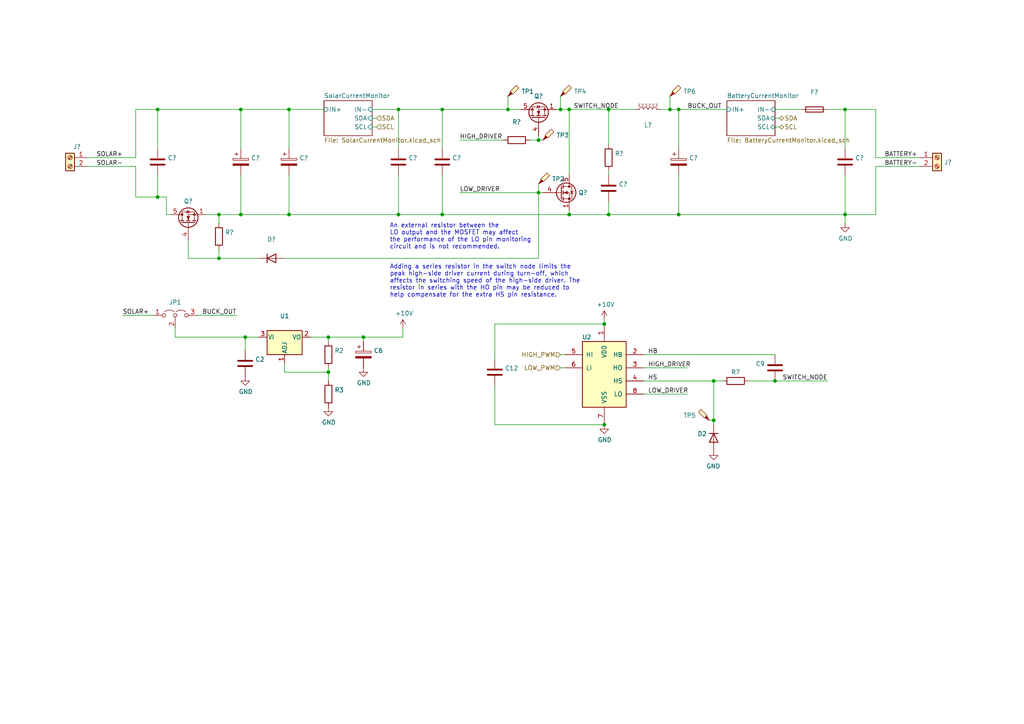
<source format=kicad_sch>
(kicad_sch (version 20211123) (generator eeschema)
  (paper "A4")
  (lib_symbols
    (symbol "Connector:Screw_Terminal_01x02" (pin_names (offset 1.016) hide)
      (property "Reference" "J" (at 0 2.54 0))
      (property "Value" "Screw_Terminal_01x02" (at 0 -5.08 0))
      (symbol "Screw_Terminal_01x02_1_1"
        (rectangle (start -1.27 1.27) (end 1.27 -3.81) (stroke (width 0.254)) (fill (type background)))
        (circle (center 0 -2.54) (radius 0.635) (stroke (width 0.1524)))
        (polyline (pts (xy -0.5334 -2.2098) (xy 0.3302 -3.048)) (stroke (width 0.1524)))
        (polyline (pts (xy -0.5334 0.3302) (xy 0.3302 -0.508)) (stroke (width 0.1524)))
        (polyline (pts (xy -0.3556 -2.032) (xy 0.508 -2.8702)) (stroke (width 0.1524)))
        (polyline (pts (xy -0.3556 0.508) (xy 0.508 -0.3302)) (stroke (width 0.1524)))
        (circle (center 0 0) (radius 0.635) (stroke (width 0.1524)))
        (pin passive line (at -5.08 0 0) (length 3.81) (name "Pin_1") (number "1"))
        (pin passive line (at -5.08 -2.54 0) (length 3.81) (name "Pin_2") (number "2"))
      )
    )
    (symbol "Connector:TestPoint_Probe" (pin_numbers hide) (pin_names (offset 0.762) hide)
      (property "Reference" "TP" (at 1.651 5.842 0))
      (property "Value" "TestPoint_Probe" (at 1.651 4.064 0))
      (symbol "TestPoint_Probe_0_1"
        (polyline (pts (xy 1.27 0.762) (xy 0 0) (xy 0.762 1.27) (xy 1.27 0.762)) (fill (type outline)))
        (polyline (pts (xy 1.397 0.635) (xy 0.635 1.397) (xy 2.413 3.175) (xy 3.175 2.413) (xy 1.397 0.635)) (fill (type background)))
      )
      (symbol "TestPoint_Probe_1_1"
        (pin passive line (at 0 0 90) (length 0) (name "1") (number "1"))
      )
    )
    (symbol "Device:C" (pin_numbers hide) (pin_names (offset 0.254))
      (property "Reference" "C" (at 0.635 2.54 0))
      (property "Value" "C" (at 0.635 -2.54 0))
      (symbol "C_0_1"
        (polyline (pts (xy -2.032 -0.762) (xy 2.032 -0.762)) (stroke (width 0.508)))
        (polyline (pts (xy -2.032 0.762) (xy 2.032 0.762)) (stroke (width 0.508)))
      )
      (symbol "C_1_1"
        (pin passive line (at 0 3.81 270) (length 2.794) (name "~") (number "1"))
        (pin passive line (at 0 -3.81 90) (length 2.794) (name "~") (number "2"))
      )
    )
    (symbol "Device:C_Polarized" (pin_numbers hide) (pin_names (offset 0.254))
      (property "Reference" "C" (at 0.635 2.54 0))
      (property "Value" "C_Polarized" (at 0.635 -2.54 0))
      (symbol "C_Polarized_0_1"
        (rectangle (start -2.286 0.508) (end 2.286 1.016))
        (polyline (pts (xy -1.778 2.286) (xy -0.762 2.286)))
        (polyline (pts (xy -1.27 2.794) (xy -1.27 1.778)))
        (rectangle (start 2.286 -0.508) (end -2.286 -1.016) (fill (type outline)))
      )
      (symbol "C_Polarized_1_1"
        (pin passive line (at 0 3.81 270) (length 2.794) (name "~") (number "1"))
        (pin passive line (at 0 -3.81 90) (length 2.794) (name "~") (number "2"))
      )
    )
    (symbol "Device:Fuse" (pin_numbers hide) (pin_names (offset 0))
      (property "Reference" "F" (at 2.032 0 90))
      (property "Value" "Fuse" (at -1.905 0 90))
      (symbol "Fuse_0_1"
        (rectangle (start -0.762 -2.54) (end 0.762 2.54) (stroke (width 0.254)))
        (polyline (pts (xy 0 2.54) (xy 0 -2.54)))
      )
      (symbol "Fuse_1_1"
        (pin passive line (at 0 3.81 270) (length 1.27) (name "~") (number "1"))
        (pin passive line (at 0 -3.81 90) (length 1.27) (name "~") (number "2"))
      )
    )
    (symbol "Device:L_Ferrite" (pin_numbers hide) (pin_names (offset 1.016) hide)
      (property "Reference" "L" (at -1.27 0 90))
      (property "Value" "L_Ferrite" (at 2.794 0 90))
      (symbol "L_Ferrite_0_1"
        (arc (start 0 -2.54) (mid 0.635 -1.905) (end 0 -1.27))
        (arc (start 0 -1.27) (mid 0.635 -0.635) (end 0 0))
        (polyline (pts (xy 1.016 -2.794) (xy 1.016 -2.286)))
        (polyline (pts (xy 1.016 -1.778) (xy 1.016 -1.27)))
        (polyline (pts (xy 1.016 -0.762) (xy 1.016 -0.254)))
        (polyline (pts (xy 1.016 0.254) (xy 1.016 0.762)))
        (polyline (pts (xy 1.016 1.27) (xy 1.016 1.778)))
        (polyline (pts (xy 1.016 2.286) (xy 1.016 2.794)))
        (polyline (pts (xy 1.524 -2.286) (xy 1.524 -2.794)))
        (polyline (pts (xy 1.524 -1.27) (xy 1.524 -1.778)))
        (polyline (pts (xy 1.524 -0.254) (xy 1.524 -0.762)))
        (polyline (pts (xy 1.524 0.762) (xy 1.524 0.254)))
        (polyline (pts (xy 1.524 1.778) (xy 1.524 1.27)))
        (polyline (pts (xy 1.524 2.794) (xy 1.524 2.286)))
        (arc (start 0 0) (mid 0.635 0.635) (end 0 1.27))
        (arc (start 0 1.27) (mid 0.635 1.905) (end 0 2.54))
      )
      (symbol "L_Ferrite_1_1"
        (pin passive line (at 0 3.81 270) (length 1.27) (name "1") (number "1"))
        (pin passive line (at 0 -3.81 90) (length 1.27) (name "2") (number "2"))
      )
    )
    (symbol "Device:R" (pin_numbers hide) (pin_names (offset 0))
      (property "Reference" "R" (at 2.032 0 90))
      (property "Value" "R" (at 0 0 90))
      (symbol "R_0_1"
        (rectangle (start -1.016 -2.54) (end 1.016 2.54) (stroke (width 0.254)))
      )
      (symbol "R_1_1"
        (pin passive line (at 0 3.81 270) (length 1.27) (name "~") (number "1"))
        (pin passive line (at 0 -3.81 90) (length 1.27) (name "~") (number "2"))
      )
    )
    (symbol "Diode:1N4148" (pin_numbers hide) (pin_names (offset 1.016) hide)
      (property "Reference" "D" (at 0 2.54 0))
      (property "Value" "1N4148" (at 0 -2.54 0))
      (symbol "1N4148_0_1"
        (polyline (pts (xy -1.27 1.27) (xy -1.27 -1.27)) (stroke (width 0.254)))
        (polyline (pts (xy 1.27 0) (xy -1.27 0)))
        (polyline (pts (xy 1.27 1.27) (xy 1.27 -1.27) (xy -1.27 0) (xy 1.27 1.27)) (stroke (width 0.254)))
      )
      (symbol "1N4148_1_1"
        (pin passive line (at -3.81 0 0) (length 2.54) (name "K") (number "1"))
        (pin passive line (at 3.81 0 180) (length 2.54) (name "A") (number "2"))
      )
    )
    (symbol "Jumper:Jumper_3_Open" (pin_names (offset 0) hide)
      (property "Reference" "JP" (at -2.54 -2.54 0))
      (property "Value" "Jumper_3_Open" (at 0 2.794 0))
      (symbol "Jumper_3_Open_0_0"
        (circle (center -3.302 0) (radius 0.508))
        (circle (center 0 0) (radius 0.508))
        (circle (center 3.302 0) (radius 0.508))
      )
      (symbol "Jumper_3_Open_0_1"
        (arc (start -0.254 1.016) (mid -1.651 1.4992) (end -3.048 1.016))
        (polyline (pts (xy 0 -0.508) (xy 0 -1.27)))
        (arc (start 3.048 1.016) (mid 1.651 1.4992) (end 0.254 1.016))
      )
      (symbol "Jumper_3_Open_1_1"
        (pin passive line (at -6.35 0 0) (length 2.54) (name "A") (number "1"))
        (pin passive line (at 0 -3.81 90) (length 2.54) (name "C") (number "2"))
        (pin passive line (at 6.35 0 180) (length 2.54) (name "B") (number "3"))
      )
    )
    (symbol "Regulator_Linear:LM350_TO220" (pin_names (offset 0.254))
      (property "Reference" "U" (at -3.81 3.175 0))
      (property "Value" "LM350_TO220" (at 0 3.175 0))
      (symbol "LM350_TO220_0_1"
        (rectangle (start -5.08 1.905) (end 5.08 -5.08) (stroke (width 0.254)) (fill (type background)))
      )
      (symbol "LM350_TO220_1_1"
        (pin input line (at 0 -7.62 90) (length 2.54) (name "ADJ") (number "1"))
        (pin power_out line (at 7.62 0 180) (length 2.54) (name "VO") (number "2"))
        (pin power_in line (at -7.62 0 0) (length 2.54) (name "VI") (number "3"))
      )
    )
    (symbol "SaintGimp:MIC4605-1YM" (pin_names (offset 1.016))
      (property "Reference" "U" (at -3.81 11.43 0))
      (property "Value" "MIC4605-1YM" (at 7.62 11.43 0))
      (symbol "MIC4605-1YM_0_1"
        (rectangle (start -6.35 8.89) (end 6.35 -10.16) (stroke (width 0.254)) (fill (type background)))
      )
      (symbol "MIC4605-1YM_1_1"
        (pin power_in line (at 0 13.97 270) (length 5.08) (name "VDD") (number "1"))
        (pin input line (at 11.43 5.08 180) (length 5.08) (name "HB") (number "2"))
        (pin output line (at 11.43 1.27 180) (length 5.08) (name "HO") (number "3"))
        (pin input line (at 11.43 -2.54 180) (length 5.08) (name "HS") (number "4"))
        (pin input line (at -11.43 5.08 0) (length 5.08) (name "HI") (number "5"))
        (pin input line (at -11.43 1.27 0) (length 5.08) (name "LI") (number "6"))
        (pin power_out line (at 0 -15.24 90) (length 5.08) (name "VSS") (number "7"))
        (pin output line (at 11.43 -6.35 180) (length 5.08) (name "LO") (number "8"))
      )
    )
    (symbol "SaintGimp:PSMN5R5-60YS" (pin_names (offset 0) hide)
      (property "Reference" "Q" (at 6.35 2.54 0))
      (property "Value" "PSMN5R5-60YS" (at 12.7 0 0))
      (symbol "PSMN5R5-60YS_1_1"
        (polyline (pts (xy -1.27 0) (xy 0.254 0)))
        (polyline (pts (xy 0.762 -1.778) (xy 2.54 -1.778)))
        (polyline (pts (xy 0.762 -1.27) (xy 0.762 -2.286)) (stroke (width 0.254)))
        (polyline (pts (xy 0.762 0) (xy 2.54 0)))
        (polyline (pts (xy 0.762 0.508) (xy 0.762 -0.508)) (stroke (width 0.254)))
        (polyline (pts (xy 0.762 1.778) (xy 2.54 1.778)))
        (polyline (pts (xy 0.762 2.286) (xy 0.762 1.27)) (stroke (width 0.254)))
        (polyline (pts (xy 2.54 -1.778) (xy 2.54 -2.54)))
        (polyline (pts (xy 2.54 -1.778) (xy 2.54 0)))
        (polyline (pts (xy 2.54 2.54) (xy 2.54 1.778)))
        (polyline (pts (xy 0.254 1.905) (xy 0.254 -1.905) (xy 0.254 -1.905)) (stroke (width 0.254)))
        (polyline (pts (xy 1.016 0) (xy 2.032 0.381) (xy 2.032 -0.381) (xy 1.016 0)) (fill (type outline)))
        (polyline (pts (xy 2.54 -1.778) (xy 3.302 -1.778) (xy 3.302 1.778) (xy 2.54 1.778)))
        (polyline (pts (xy 2.794 0.508) (xy 2.921 0.381) (xy 3.683 0.381) (xy 3.81 0.254)))
        (polyline (pts (xy 3.302 0.381) (xy 2.921 -0.254) (xy 3.683 -0.254) (xy 3.302 0.381)))
        (circle (center 1.651 0) (radius 2.8194) (stroke (width 0.254)))
        (circle (center 2.54 -1.778) (radius 0.2794) (fill (type outline)))
        (circle (center 2.54 1.778) (radius 0.2794) (fill (type outline)))
        (pin passive line (at 2.54 -5.08 90) (length 2.54) (name "S") (number "1"))
        (pin passive line (at 2.54 -5.08 90) (length 2.54) hide (name "S") (number "2"))
        (pin passive line (at 2.54 -5.08 90) (length 2.54) hide (name "S") (number "3"))
        (pin passive line (at -5.08 0 0) (length 3.81) (name "G") (number "4"))
        (pin passive line (at 2.54 5.08 270) (length 2.54) (name "D") (number "5"))
      )
    )
    (symbol "power:+10V" (power) (pin_names (offset 0))
      (property "Value" "+10V" (at 0 3.556 0))
      (symbol "+10V_0_1"
        (polyline (pts (xy -0.762 1.27) (xy 0 2.54)))
        (polyline (pts (xy 0 0) (xy 0 2.54)))
        (polyline (pts (xy 0 2.54) (xy 0.762 1.27)))
      )
      (symbol "+10V_1_1"
        (pin power_in line (at 0 0 90) (length 0) hide (name "+10V") (number "1"))
      )
    )
    (symbol "power:GND" (power) (pin_names (offset 0))
      (property "Value" "GND" (at 0 -3.81 0))
      (symbol "GND_0_1"
        (polyline (pts (xy 0 0) (xy 0 -1.27) (xy 1.27 -1.27) (xy 0 -2.54) (xy -1.27 -1.27) (xy 0 -1.27)))
      )
      (symbol "GND_1_1"
        (pin power_in line (at 0 0 270) (length 0) hide (name "GND") (number "1"))
      )
    )
  )
  (junction (at 194.31 31.75))
  (junction (at 176.53 62.23))
  (junction (at 128.27 31.75))
  (junction (at 245.11 62.23))
  (junction (at 147.32 31.75))
  (junction (at 156.21 55.88))
  (junction (at 63.5 62.23))
  (junction (at 175.26 123.19))
  (junction (at 165.1 62.23))
  (junction (at 162.56 31.75))
  (junction (at 115.57 62.23))
  (junction (at 83.82 31.75))
  (junction (at 95.25 97.79))
  (junction (at 45.72 31.75))
  (junction (at 224.79 110.49))
  (junction (at 115.57 31.75))
  (junction (at 71.12 97.79))
  (junction (at 69.85 62.23))
  (junction (at 45.72 57.15))
  (junction (at 63.5 74.93))
  (junction (at 128.27 62.23))
  (junction (at 196.85 62.23))
  (junction (at 165.1 31.75))
  (junction (at 196.85 31.75))
  (junction (at 156.21 40.64))
  (junction (at 69.85 31.75))
  (junction (at 105.41 97.79))
  (junction (at 207.01 121.92))
  (junction (at 95.25 107.95))
  (junction (at 245.11 31.75))
  (junction (at 207.01 110.49))
  (junction (at 83.82 62.23))
  (junction (at 176.53 31.75))
  (junction (at 175.26 93.98))
  (wire (pts (xy 176.53 31.75) (xy 176.53 41.91)))
  (wire (pts (xy 45.72 50.8) (xy 45.72 57.15)))
  (wire (pts (xy 45.72 31.75) (xy 69.85 31.75)))
  (wire (pts (xy 143.51 93.98) (xy 143.51 104.14)))
  (wire (pts (xy 69.85 62.23) (xy 83.82 62.23)))
  (wire (pts (xy 186.69 102.87) (xy 224.79 102.87)))
  (wire (pts (xy 115.57 31.75) (xy 115.57 43.18)))
  (wire (pts (xy 63.5 72.39) (xy 63.5 74.93)))
  (wire (pts (xy 209.55 110.49) (xy 207.01 110.49)))
  (wire (pts (xy 205.74 121.92) (xy 207.01 121.92)))
  (wire (pts (xy 107.95 34.29) (xy 109.22 34.29)))
  (wire (pts (xy 39.37 45.72) (xy 39.37 31.75)))
  (wire (pts (xy 45.72 57.15) (xy 48.26 57.15)))
  (wire (pts (xy 196.85 50.8) (xy 196.85 62.23)))
  (wire (pts (xy 245.11 62.23) (xy 245.11 50.8)))
  (wire (pts (xy 196.85 31.75) (xy 196.85 43.18)))
  (wire (pts (xy 116.84 97.79) (xy 116.84 95.25)))
  (wire (pts (xy 50.8 97.79) (xy 71.12 97.79)))
  (wire (pts (xy 115.57 31.75) (xy 128.27 31.75)))
  (wire (pts (xy 105.41 99.06) (xy 105.41 97.79)))
  (wire (pts (xy 175.26 92.71) (xy 175.26 93.98)))
  (wire (pts (xy 196.85 31.75) (xy 210.82 31.75)))
  (wire (pts (xy 115.57 62.23) (xy 128.27 62.23)))
  (wire (pts (xy 143.51 123.19) (xy 143.51 111.76)))
  (wire (pts (xy 74.93 97.79) (xy 71.12 97.79)))
  (wire (pts (xy 25.4 45.72) (xy 39.37 45.72)))
  (wire (pts (xy 175.26 93.98) (xy 143.51 93.98)))
  (wire (pts (xy 224.79 34.29) (xy 226.06 34.29)))
  (wire (pts (xy 163.83 102.87) (xy 162.56 102.87)))
  (wire (pts (xy 39.37 48.26) (xy 39.37 57.15)))
  (wire (pts (xy 254 31.75) (xy 245.11 31.75)))
  (wire (pts (xy 44.45 91.44) (xy 35.56 91.44)))
  (wire (pts (xy 254 62.23) (xy 245.11 62.23)))
  (wire (pts (xy 194.31 31.75) (xy 196.85 31.75)))
  (wire (pts (xy 82.55 107.95) (xy 95.25 107.95)))
  (wire (pts (xy 95.25 99.06) (xy 95.25 97.79)))
  (wire (pts (xy 217.17 110.49) (xy 224.79 110.49)))
  (wire (pts (xy 63.5 62.23) (xy 69.85 62.23)))
  (wire (pts (xy 63.5 64.77) (xy 63.5 62.23)))
  (wire (pts (xy 186.69 114.3) (xy 199.39 114.3)))
  (wire (pts (xy 266.7 45.72) (xy 254 45.72)))
  (wire (pts (xy 95.25 97.79) (xy 105.41 97.79)))
  (wire (pts (xy 175.26 123.19) (xy 143.51 123.19)))
  (wire (pts (xy 266.7 48.26) (xy 254 48.26)))
  (wire (pts (xy 156.21 40.64) (xy 156.21 39.37)))
  (wire (pts (xy 39.37 31.75) (xy 45.72 31.75)))
  (wire (pts (xy 63.5 74.93) (xy 74.93 74.93)))
  (wire (pts (xy 95.25 106.68) (xy 95.25 107.95)))
  (wire (pts (xy 162.56 27.94) (xy 162.56 31.75)))
  (wire (pts (xy 165.1 31.75) (xy 176.53 31.75)))
  (wire (pts (xy 95.25 107.95) (xy 95.25 110.49)))
  (wire (pts (xy 232.41 31.75) (xy 224.79 31.75)))
  (wire (pts (xy 107.95 31.75) (xy 115.57 31.75)))
  (wire (pts (xy 191.77 31.75) (xy 194.31 31.75)))
  (wire (pts (xy 69.85 31.75) (xy 69.85 43.18)))
  (wire (pts (xy 39.37 57.15) (xy 45.72 57.15)))
  (wire (pts (xy 196.85 62.23) (xy 245.11 62.23)))
  (wire (pts (xy 83.82 62.23) (xy 115.57 62.23)))
  (wire (pts (xy 156.21 53.34) (xy 156.21 55.88)))
  (wire (pts (xy 71.12 101.6) (xy 71.12 97.79)))
  (wire (pts (xy 48.26 57.15) (xy 48.26 62.23)))
  (wire (pts (xy 162.56 106.68) (xy 163.83 106.68)))
  (wire (pts (xy 54.61 74.93) (xy 63.5 74.93)))
  (wire (pts (xy 207.01 121.92) (xy 207.01 123.19)))
  (wire (pts (xy 186.69 110.49) (xy 207.01 110.49)))
  (wire (pts (xy 245.11 31.75) (xy 245.11 43.18)))
  (wire (pts (xy 194.31 27.94) (xy 194.31 31.75)))
  (wire (pts (xy 165.1 62.23) (xy 128.27 62.23)))
  (wire (pts (xy 128.27 50.8) (xy 128.27 62.23)))
  (wire (pts (xy 83.82 50.8) (xy 83.82 62.23)))
  (wire (pts (xy 254 48.26) (xy 254 62.23)))
  (wire (pts (xy 128.27 31.75) (xy 128.27 43.18)))
  (wire (pts (xy 157.48 55.88) (xy 156.21 55.88)))
  (wire (pts (xy 82.55 74.93) (xy 156.21 74.93)))
  (wire (pts (xy 176.53 62.23) (xy 196.85 62.23)))
  (wire (pts (xy 176.53 49.53) (xy 176.53 50.8)))
  (wire (pts (xy 107.95 36.83) (xy 109.22 36.83)))
  (wire (pts (xy 83.82 31.75) (xy 83.82 43.18)))
  (wire (pts (xy 165.1 62.23) (xy 165.1 60.96)))
  (wire (pts (xy 176.53 58.42) (xy 176.53 62.23)))
  (wire (pts (xy 69.85 31.75) (xy 83.82 31.75)))
  (wire (pts (xy 186.69 106.68) (xy 199.39 106.68)))
  (wire (pts (xy 59.69 62.23) (xy 63.5 62.23)))
  (wire (pts (xy 147.32 27.94) (xy 147.32 31.75)))
  (wire (pts (xy 161.29 31.75) (xy 162.56 31.75)))
  (wire (pts (xy 157.48 40.64) (xy 156.21 40.64)))
  (wire (pts (xy 165.1 62.23) (xy 176.53 62.23)))
  (wire (pts (xy 128.27 31.75) (xy 147.32 31.75)))
  (wire (pts (xy 82.55 107.95) (xy 82.55 105.41)))
  (wire (pts (xy 115.57 50.8) (xy 115.57 62.23)))
  (wire (pts (xy 48.26 62.23) (xy 49.53 62.23)))
  (wire (pts (xy 54.61 69.85) (xy 54.61 74.93)))
  (wire (pts (xy 165.1 50.8) (xy 165.1 31.75)))
  (wire (pts (xy 176.53 31.75) (xy 184.15 31.75)))
  (wire (pts (xy 93.98 31.75) (xy 83.82 31.75)))
  (wire (pts (xy 57.15 91.44) (xy 68.58 91.44)))
  (wire (pts (xy 224.79 110.49) (xy 240.03 110.49)))
  (wire (pts (xy 245.11 31.75) (xy 240.03 31.75)))
  (wire (pts (xy 146.05 40.64) (xy 133.35 40.64)))
  (wire (pts (xy 25.4 48.26) (xy 39.37 48.26)))
  (wire (pts (xy 153.67 40.64) (xy 156.21 40.64)))
  (wire (pts (xy 162.56 31.75) (xy 165.1 31.75)))
  (wire (pts (xy 105.41 97.79) (xy 116.84 97.79)))
  (wire (pts (xy 50.8 97.79) (xy 50.8 93.98)))
  (wire (pts (xy 69.85 50.8) (xy 69.85 62.23)))
  (wire (pts (xy 45.72 31.75) (xy 45.72 43.18)))
  (wire (pts (xy 245.11 64.77) (xy 245.11 62.23)))
  (wire (pts (xy 224.79 36.83) (xy 226.06 36.83)))
  (wire (pts (xy 207.01 110.49) (xy 207.01 121.92)))
  (wire (pts (xy 151.13 31.75) (xy 147.32 31.75)))
  (wire (pts (xy 156.21 74.93) (xy 156.21 55.88)))
  (wire (pts (xy 90.17 97.79) (xy 95.25 97.79)))
  (wire (pts (xy 254 45.72) (xy 254 31.75)))
  (wire (pts (xy 133.35 55.88) (xy 156.21 55.88)))
  (text "An external resistor between the\nLO output and the MOSFET may affect\nthe performance of the LO pin monitoring\ncircuit and is not recommended." (at 113.03 72.39 0) (effects (font (size 1.27 1.27)) (justify left bottom)))
  (text "Adding a series resistor in the switch node limits the\npeak high-side driver current during turn-off, which\naffects the switching speed of the high-side driver. The\nresistor in series with the HO pin may be reduced to\nhelp compensate for the extra HS pin resistance." (at 113.03 86.36 0) (effects (font (size 1.27 1.27)) (justify left bottom)))
  (label "SWITCH_NODE" (at 166.37 31.75 0))
  (label "BUCK_OUT" (at 68.58 91.44 180))
  (label "BATTERY-" (at 256.54 48.26 0))
  (label "BUCK_OUT" (at 199.39 31.75 0))
  (label "SWITCH_NODE" (at 240.03 110.49 180))
  (label "HB" (at 187.96 102.87 0))
  (label "HIGH_DRIVER" (at 133.35 40.64 0))
  (label "LOW_DRIVER" (at 133.35 55.88 0))
  (label "LOW_DRIVER" (at 187.96 114.3 0))
  (label "BATTERY+" (at 256.54 45.72 0))
  (label "SOLAR-" (at 27.94 48.26 0))
  (label "HS" (at 187.96 110.49 0))
  (label "SOLAR+" (at 35.56 91.44 0))
  (label "HIGH_DRIVER" (at 187.96 106.68 0))
  (label "SOLAR+" (at 27.94 45.72 0))
  (hierarchical_label "SDA" (shape bidirectional) (at 226.06 34.29 0))
  (hierarchical_label "SCL" (shape bidirectional) (at 226.06 36.83 0))
  (hierarchical_label "SCL" (shape input) (at 109.22 36.83 0))
  (hierarchical_label "SDA" (shape input) (at 109.22 34.29 0))
  (hierarchical_label "LOW_PWM" (shape input) (at 162.56 106.68 180))
  (hierarchical_label "HIGH_PWM" (shape input) (at 162.56 102.87 180))
  (symbol (lib_id "Connector:Screw_Terminal_01x02") (at 20.32 45.72 0) (mirror y) (unit 1)
    (property "Reference" "J?" (at 22.352 42.545 0))
  )
  (symbol (lib_id "Device:C") (at 45.72 46.99 0) (unit 1)
    (property "Reference" "C?" (at 48.641 45.8216 0) (effects (justify left)))
  )
  (symbol (lib_id "Device:C_Polarized") (at 69.85 46.99 0) (unit 1)
    (property "Reference" "C?" (at 72.8472 45.8216 0) (effects (justify left)))
  )
  (symbol (lib_id "Device:C_Polarized") (at 83.82 46.99 0) (unit 1)
    (property "Reference" "C?" (at 86.8172 45.8216 0) (effects (justify left)))
  )
  (symbol (lib_id "Device:C") (at 115.57 46.99 0) (unit 1)
    (property "Reference" "C?" (at 118.491 45.8216 0) (effects (justify left)))
  )
  (symbol (lib_id "Device:C") (at 128.27 46.99 0) (unit 1)
    (property "Reference" "C?" (at 131.191 45.8216 0) (effects (justify left)))
  )
  (symbol (lib_id "SaintGimp:PSMN5R5-60YS") (at 54.61 64.77 90) (unit 1)
    (property "Reference" "Q?" (at 54.61 58.3692 90))
    (property "Datasheet" "https://assets.nexperia.com/documents/data-sheet/PSMN5R5-60YS.pdf" (effects hide))
  )
  (symbol (lib_id "Device:R") (at 63.5 68.58 0) (unit 1)
    (property "Reference" "R?" (at 65.278 67.4116 0) (effects (justify left)))
  )
  (symbol (lib_id "Diode:1N4148") (at 78.74 74.93 0) (unit 1)
    (property "Reference" "D?" (at 78.74 69.4436 0))
    (property "Datasheet" "http://www.nxp.com/documents/data_sheet/1N4148_1N4448.pdf" (effects hide))
  )
  (symbol (lib_id "power:GND") (at 245.11 64.77 0) (unit 1)
    (property "Reference" "#PWR?" (effects hide))
  )
  (symbol (lib_id "SaintGimp:PSMN5R5-60YS") (at 156.21 34.29 90) (unit 1)
    (property "Reference" "Q?" (at 156.21 27.8892 90))
    (property "Datasheet" "https://assets.nexperia.com/documents/data-sheet/PSMN5R5-60YS.pdf" (effects hide))
  )
  (symbol (lib_id "SaintGimp:PSMN5R5-60YS") (at 162.56 55.88 0) (unit 1)
    (property "Reference" "Q?" (at 167.767 55.88 0) (effects (justify left)))
    (property "Datasheet" "https://assets.nexperia.com/documents/data-sheet/PSMN5R5-60YS.pdf" (effects hide))
  )
  (symbol (lib_id "Device:R") (at 149.86 40.64 90) (unit 1)
    (property "Reference" "R?" (at 149.86 35.3822 90))
  )
  (symbol (lib_id "Device:L_Ferrite") (at 187.96 31.75 90) (unit 1)
    (property "Reference" "L?" (at 187.96 36.2712 90))
  )
  (symbol (lib_id "Device:R") (at 176.53 45.72 0) (unit 1)
    (property "Reference" "R?" (at 178.308 44.5516 0) (effects (justify left)))
  )
  (symbol (lib_id "Device:C") (at 176.53 54.61 0) (unit 1)
    (property "Reference" "C?" (at 179.451 53.4416 0) (effects (justify left)))
  )
  (symbol (lib_id "Device:C_Polarized") (at 196.85 46.99 0) (unit 1)
    (property "Reference" "C?" (at 199.8472 45.8216 0) (effects (justify left)))
  )
  (symbol (lib_id "Device:Fuse") (at 236.22 31.75 270) (unit 1)
    (property "Reference" "F?" (at 236.22 26.7462 90))
  )
  (symbol (lib_id "Connector:Screw_Terminal_01x02") (at 271.78 45.72 0) (unit 1)
    (property "Reference" "J?" (at 273.812 47.0916 0) (effects (justify left)))
  )
  (symbol (lib_id "Device:C") (at 245.11 46.99 0) (unit 1)
    (property "Reference" "C?" (at 248.031 45.8216 0) (effects (justify left)))
  )
  (symbol (lib_id "SaintGimp:MIC4605-1YM") (at 175.26 107.95 0) (unit 1)
    (property "Reference" "U2" (at 170.18 97.79 0))
    (property "Datasheet" "http://ww1.microchip.com/downloads/en/DeviceDoc/MIC4605-85V-Half-Bridge-MOSFET-Driver-DS20005853B.pdf" (effects hide))
  )
  (symbol (lib_id "power:GND") (at 175.26 123.19 0) (unit 1)
    (property "Reference" "#PWR07" (effects hide))
  )
  (symbol (lib_id "Device:C") (at 143.51 107.95 0) (unit 1)
    (property "Reference" "C12" (at 146.431 106.7816 0) (effects (justify left)))
  )
  (symbol (lib_id "Device:C") (at 224.79 106.68 0) (mirror y) (unit 1)
    (property "Reference" "C9" (at 221.869 105.5116 0) (effects (justify left)))
  )
  (symbol (lib_id "Device:R") (at 213.36 110.49 90) (mirror x) (unit 1)
    (property "Reference" "R7" (at 213.36 107.95 90))
  )
  (symbol (lib_id "Diode:1N4148") (at 207.01 127 90) (mirror x) (unit 1)
    (property "Reference" "D2" (at 205.0034 125.8316 90) (effects (justify left)))
    (property "Datasheet" "http://www.nxp.com/documents/data_sheet/1N4148_1N4448.pdf" (effects hide))
  )
  (symbol (lib_id "power:GND") (at 207.01 130.81 0) (mirror y) (unit 1)
    (property "Reference" "#PWR05" (effects hide))
  )
  (symbol (lib_id "Regulator_Linear:LM350_TO220") (at 82.55 97.79 0) (unit 1)
    (property "Reference" "U1" (at 82.55 91.6432 0))
    (property "Datasheet" "http://www.fairchildsemi.com/ds/LM/LM350.pdf" (effects hide))
  )
  (symbol (lib_id "Device:C") (at 71.12 105.41 0) (unit 1)
    (property "Reference" "C2" (at 74.041 104.2416 0) (effects (justify left)))
  )
  (symbol (lib_id "power:GND") (at 71.12 109.22 0) (unit 1)
    (property "Reference" "#PWR01" (effects hide))
  )
  (symbol (lib_id "Device:R") (at 95.25 102.87 0) (unit 1)
    (property "Reference" "R2" (at 97.028 101.7016 0) (effects (justify left)))
  )
  (symbol (lib_id "Device:R") (at 95.25 114.3 0) (unit 1)
    (property "Reference" "R3" (at 97.028 113.1316 0) (effects (justify left)))
  )
  (symbol (lib_id "power:GND") (at 95.25 118.11 0) (unit 1)
    (property "Reference" "#PWR02" (effects hide))
  )
  (symbol (lib_id "power:+10V") (at 175.26 92.71 0) (unit 1)
    (property "Reference" "#PWR06" (effects hide))
  )
  (symbol (lib_id "power:+10V") (at 116.84 95.25 0) (unit 1)
    (property "Reference" "#PWR04" (effects hide))
  )
  (symbol (lib_id "Device:C_Polarized") (at 105.41 102.87 0) (unit 1)
    (property "Reference" "C6" (at 108.4072 101.7016 0) (effects (justify left)))
  )
  (symbol (lib_id "power:GND") (at 105.41 106.68 0) (unit 1)
    (property "Reference" "#PWR03" (effects hide))
  )
  (symbol (lib_id "Jumper:Jumper_3_Open") (at 50.8 91.44 0) (unit 1)
    (property "Reference" "JP1" (at 50.8 87.6808 0))
  )
  (symbol (lib_id "Connector:TestPoint_Probe") (at 162.56 27.94 0) (unit 1)
    (property "Reference" "TP4" (at 166.4462 26.5176 0) (effects (justify left)))
  )
  (symbol (lib_id "Connector:TestPoint_Probe") (at 157.48 40.64 0) (unit 1)
    (property "Reference" "TP3" (at 161.3662 39.2176 0) (effects (justify left)))
  )
  (symbol (lib_id "Connector:TestPoint_Probe") (at 156.21 53.34 0) (unit 1)
    (property "Reference" "TP2" (at 160.0962 51.9176 0) (effects (justify left)))
  )
  (symbol (lib_id "Connector:TestPoint_Probe") (at 147.32 27.94 0) (unit 1)
    (property "Reference" "TP1" (at 151.2062 26.5176 0) (effects (justify left)))
  )
  (symbol (lib_id "Connector:TestPoint_Probe") (at 194.31 27.94 0) (unit 1)
    (property "Reference" "TP6" (at 198.1962 26.5176 0) (effects (justify left)))
  )
  (symbol (lib_id "Connector:TestPoint_Probe") (at 205.74 121.92 0) (mirror y) (unit 1)
    (property "Reference" "TP5" (at 201.8538 120.4976 0) (effects (justify left)))
  )
  (sheet (at 93.98 29.21) (size 13.97 10.16)
    (property "Sheet name" "SolarCurrentMonitor" (at 93.98 28.4984 0) (effects (justify left bottom)))
    (property "Sheet file" "SolarCurrentMonitor.kicad_sch" (at 93.98 39.9546 0) (effects (justify left top)))
    (pin "IN+" input (at 93.98 31.75 180))
    (pin "IN-" input (at 107.95 31.75 0))
    (pin "SDA" input (at 107.95 34.29 0))
    (pin "SCL" input (at 107.95 36.83 0))
  )
  (sheet (at 210.82 29.21) (size 13.97 10.16)
    (property "Sheet name" "BatteryCurrentMonitor" (at 210.82 28.4984 0) (effects (justify left bottom)))
    (property "Sheet file" "BatteryCurrentMonitor.kicad_sch" (at 210.82 39.9546 0) (effects (justify left top)))
    (pin "IN+" input (at 210.82 31.75 180))
    (pin "IN-" input (at 224.79 31.75 0))
    (pin "SDA" bidirectional (at 224.79 34.29 0))
    (pin "SCL" bidirectional (at 224.79 36.83 0))
  )
)
</source>
